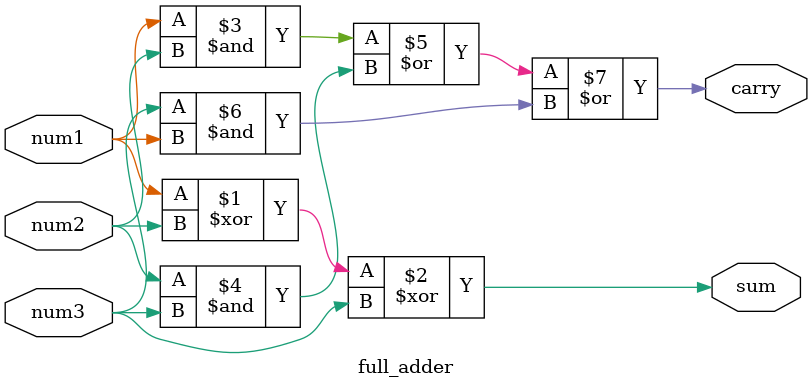
<source format=v>
module full_adder ( num1, num2, num3, sum, carry );

output sum ;
output carry ;

input num1 ;
input num2 ;
input num3 ;
   
assign sum = num1 ^ num2 ^ num3;   
assign carry = (num1&num2) | (num2&num3) | (num3&num1);

endmodule
</source>
